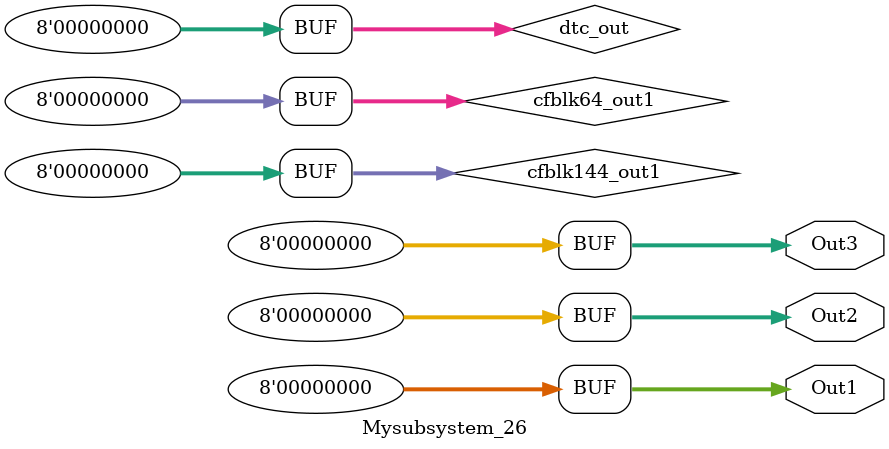
<source format=v>



`timescale 1 ns / 1 ns

module Mysubsystem_26
          (Out1,
           Out2,
           Out3);


  output  [7:0] Out1;  // uint8
  output  [7:0] Out2;  // uint8
  output  [7:0] Out3;  // uint8


  wire [7:0] cfblk144_out1;  // uint8
  wire [7:0] dtc_out;  // ufix8
  wire [7:0] cfblk64_out1;  // uint8


  assign cfblk144_out1 = 8'b00000000;



  assign Out1 = cfblk144_out1;

  assign dtc_out = cfblk144_out1;



  assign cfblk64_out1 = dtc_out;



  assign Out2 = cfblk64_out1;

  assign Out3 = cfblk64_out1;

endmodule  // Mysubsystem_26


</source>
